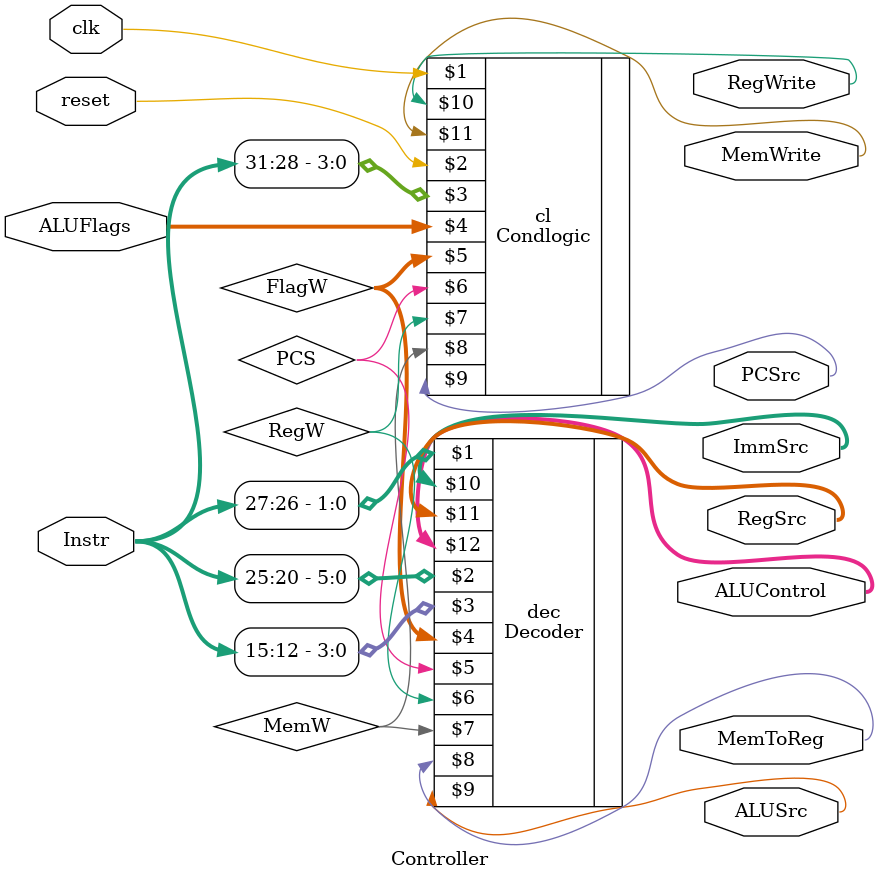
<source format=sv>
module Controller(input  logic 		   clk, reset,
						input  logic [31:12] Instr,
						input  logic [3:0]   ALUFlags,
						output logic [1:0]   RegSrc,
						output logic 			RegWrite,
						output logic [1:0]	ImmSrc,
						output logic 			ALUSrc,
						output logic [3:0]	ALUControl,
						output logic			MemWrite, MemToReg,
						output logic			PCSrc
						);
	
	logic [1:0] FlagW;
	logic 		PCS, RegW, MemW;
	
	Decoder dec(Instr[27:26], Instr[25:20], Instr[15:12], FlagW, PCS, RegW, 
					MemW, MemToReg, ALUSrc, ImmSrc, RegSrc, ALUControl);
	
	Condlogic cl(clk, reset, Instr[31:28], ALUFlags, FlagW, PCS, 
					 RegW, MemW, PCSrc, RegWrite, MemWrite);
						
						
endmodule
</source>
